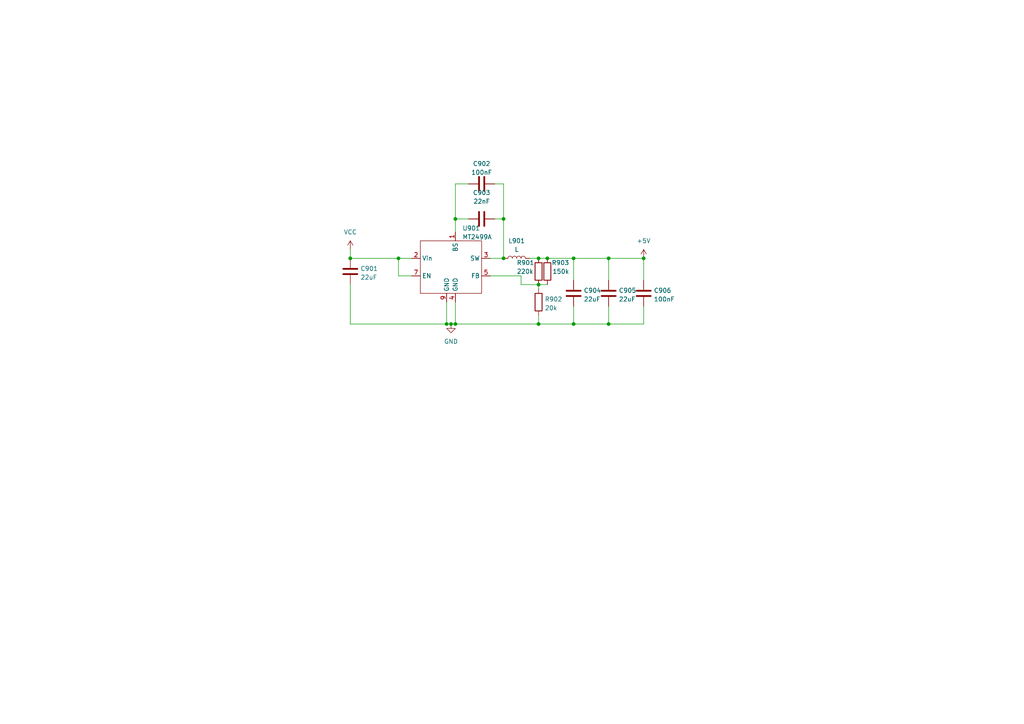
<source format=kicad_sch>
(kicad_sch (version 20230121) (generator eeschema)
  (paper "A4")
  (lib_symbols
    (symbol "Device:C" (pin_numbers hide) (pin_names (offset 0.254))
      (property "Reference" "C" (at 0.635 2.54 0))
      (property "Value" "C" (at 0.635 -2.54 0))
      (symbol "C_0_1"
        (polyline (pts (xy -2.032 -0.762) (xy 2.032 -0.762)) (stroke (width 0.508)))
        (polyline (pts (xy -2.032 0.762) (xy 2.032 0.762)) (stroke (width 0.508)))
      )
      (symbol "C_1_1"
        (pin passive line (at 0 3.81 270) (length 2.794) (name "~") (number "1"))
        (pin passive line (at 0 -3.81 90) (length 2.794) (name "~") (number "2"))
      )
    )
    (symbol "Device:L" (pin_numbers hide) (pin_names (offset 1.016) hide)
      (property "Reference" "L" (at -1.27 0 90))
      (property "Value" "L" (at 1.905 0 90))
      (symbol "L_0_1"
        (arc (start 0 -2.54) (mid 0.6323 -1.905) (end 0 -1.27))
        (arc (start 0 -1.27) (mid 0.6323 -0.635) (end 0 0))
        (arc (start 0 0) (mid 0.6323 0.635) (end 0 1.27))
        (arc (start 0 1.27) (mid 0.6323 1.905) (end 0 2.54))
      )
      (symbol "L_1_1"
        (pin passive line (at 0 3.81 270) (length 1.27) (name "1") (number "1"))
        (pin passive line (at 0 -3.81 90) (length 1.27) (name "2") (number "2"))
      )
    )
    (symbol "Device:R" (pin_numbers hide) (pin_names (offset 0))
      (property "Reference" "R" (at 2.032 0 90))
      (property "Value" "R" (at 0 0 90))
      (symbol "R_0_1"
        (rectangle (start -1.016 -2.54) (end 1.016 2.54) (stroke (width 0.254)))
      )
      (symbol "R_1_1"
        (pin passive line (at 0 3.81 270) (length 1.27) (name "~") (number "1"))
        (pin passive line (at 0 -3.81 90) (length 1.27) (name "~") (number "2"))
      )
    )
    (symbol "custom_kicad_lib_sk:MT499A"
      (property "Reference" "U1" (at 2.0194 9.999 0))
      (property "Value" "MT499A" (at 2.0194 7.4621 0))
      (symbol "MT499A_0_1"
        (rectangle (start -10.16 6.35) (end 7.62 -8.89) (stroke (width 0.1524)))
      )
      (symbol "MT499A_1_1"
        (pin input line (at 0 8.89 270) (length 2.54) (name "BS") (number "1"))
        (pin power_in line (at -12.7 1.27 0) (length 2.54) (name "Vin") (number "2"))
        (pin input line (at 10.16 1.27 180) (length 2.54) (name "SW") (number "3"))
        (pin power_in line (at 0 -11.43 90) (length 2.54) (name "GND") (number "4"))
        (pin input line (at 10.16 -3.81 180) (length 2.54) (name "FB") (number "5"))
        (pin no_connect line (at 8.89 -11.43 180) (length 2.54) hide (name "NC") (number "6"))
        (pin input line (at -12.7 -3.81 0) (length 2.54) (name "EN") (number "7"))
        (pin no_connect line (at 8.89 -13.97 180) (length 2.54) hide (name "NC") (number "8"))
        (pin input line (at -2.54 -11.43 90) (length 2.54) (name "GND") (number "9"))
      )
    )
    (symbol "power:+5V" (power) (pin_names (offset 0))
      (property "Value" "+5V" (at 0 3.556 0))
      (symbol "+5V_0_1"
        (polyline (pts (xy -0.762 1.27) (xy 0 2.54)))
        (polyline (pts (xy 0 0) (xy 0 2.54)))
        (polyline (pts (xy 0 2.54) (xy 0.762 1.27)))
      )
      (symbol "+5V_1_1"
        (pin power_in line (at 0 0 90) (length 0) hide (name "+5V") (number "1"))
      )
    )
    (symbol "power:GND" (power) (pin_names (offset 0))
      (property "Value" "GND" (at 0 -3.81 0))
      (symbol "GND_0_1"
        (polyline (pts (xy 0 0) (xy 0 -1.27) (xy 1.27 -1.27) (xy 0 -2.54) (xy -1.27 -1.27) (xy 0 -1.27)))
      )
      (symbol "GND_1_1"
        (pin power_in line (at 0 0 270) (length 0) hide (name "GND") (number "1"))
      )
    )
    (symbol "power:VCC" (power) (pin_names (offset 0))
      (property "Value" "VCC" (at 0 3.81 0))
      (symbol "VCC_0_1"
        (polyline (pts (xy -0.762 1.27) (xy 0 2.54)))
        (polyline (pts (xy 0 0) (xy 0 2.54)))
        (polyline (pts (xy 0 2.54) (xy 0.762 1.27)))
      )
      (symbol "VCC_1_1"
        (pin power_in line (at 0 0 90) (length 0) hide (name "VCC") (number "1"))
      )
    )
  )
  (junction (at 101.6 74.93))
  (junction (at 176.53 93.98))
  (junction (at 176.53 74.93))
  (junction (at 166.37 74.93))
  (junction (at 115.57 74.93))
  (junction (at 130.81 93.98))
  (junction (at 158.75 74.93))
  (junction (at 156.21 82.55))
  (junction (at 156.21 74.93))
  (junction (at 129.54 93.98))
  (junction (at 156.21 93.98))
  (junction (at 146.05 74.93))
  (junction (at 146.05 63.5))
  (junction (at 166.37 93.98))
  (junction (at 132.08 63.5))
  (junction (at 186.69 74.93))
  (junction (at 132.08 93.98))
  (wire (pts (xy 115.57 74.93) (xy 119.38 74.93)))
  (wire (pts (xy 156.21 93.98) (xy 156.21 91.44)))
  (wire (pts (xy 166.37 93.98) (xy 156.21 93.98)))
  (wire (pts (xy 158.75 74.93) (xy 166.37 74.93)))
  (wire (pts (xy 129.54 87.63) (xy 129.54 93.98)))
  (wire (pts (xy 129.54 93.98) (xy 101.6 93.98)))
  (wire (pts (xy 156.21 82.55) (xy 156.21 83.82)))
  (wire (pts (xy 156.21 74.93) (xy 158.75 74.93)))
  (wire (pts (xy 101.6 74.93) (xy 115.57 74.93)))
  (wire (pts (xy 176.53 88.9) (xy 176.53 93.98)))
  (wire (pts (xy 166.37 74.93) (xy 176.53 74.93)))
  (wire (pts (xy 176.53 93.98) (xy 166.37 93.98)))
  (wire (pts (xy 132.08 93.98) (xy 130.81 93.98)))
  (wire (pts (xy 176.53 74.93) (xy 186.69 74.93)))
  (wire (pts (xy 156.21 93.98) (xy 132.08 93.98)))
  (wire (pts (xy 151.13 80.01) (xy 151.13 82.55)))
  (wire (pts (xy 135.89 53.34) (xy 132.08 53.34)))
  (wire (pts (xy 142.24 74.93) (xy 146.05 74.93)))
  (wire (pts (xy 153.67 74.93) (xy 156.21 74.93)))
  (wire (pts (xy 146.05 63.5) (xy 146.05 53.34)))
  (wire (pts (xy 176.53 74.93) (xy 176.53 81.28)))
  (wire (pts (xy 132.08 53.34) (xy 132.08 63.5)))
  (wire (pts (xy 115.57 74.93) (xy 115.57 80.01)))
  (wire (pts (xy 146.05 53.34) (xy 143.51 53.34)))
  (wire (pts (xy 186.69 88.9) (xy 186.69 93.98)))
  (wire (pts (xy 146.05 74.93) (xy 146.05 63.5)))
  (wire (pts (xy 166.37 88.9) (xy 166.37 93.98)))
  (wire (pts (xy 101.6 93.98) (xy 101.6 82.55)))
  (wire (pts (xy 166.37 81.28) (xy 166.37 74.93)))
  (wire (pts (xy 132.08 93.98) (xy 132.08 87.63)))
  (wire (pts (xy 186.69 81.28) (xy 186.69 74.93)))
  (wire (pts (xy 132.08 63.5) (xy 135.89 63.5)))
  (wire (pts (xy 130.81 93.98) (xy 129.54 93.98)))
  (wire (pts (xy 119.38 80.01) (xy 115.57 80.01)))
  (wire (pts (xy 156.21 82.55) (xy 158.75 82.55)))
  (wire (pts (xy 101.6 72.39) (xy 101.6 74.93)))
  (wire (pts (xy 186.69 93.98) (xy 176.53 93.98)))
  (wire (pts (xy 151.13 82.55) (xy 156.21 82.55)))
  (wire (pts (xy 132.08 63.5) (xy 132.08 67.31)))
  (wire (pts (xy 146.05 63.5) (xy 143.51 63.5)))
  (wire (pts (xy 142.24 80.01) (xy 151.13 80.01)))
  (symbol (lib_id "Device:C") (at 139.7 63.5 90) (unit 1)
    (property "Reference" "C903" (at 139.7 55.88 90))
    (property "Value" "22nF" (at 139.7 58.42 90))
    (property "Footprint" "Capacitor_SMD:C_0402_1005Metric" (effects hide))
    (property "JLCPCB Part#" "C1532" (effects hide))
  )
  (symbol (lib_id "Device:R") (at 158.75 78.74 180) (unit 1)
    (property "Reference" "R903" (at 165.1 76.2 0) (effects (justify left)))
    (property "Value" "150k" (at 165.1 78.74 0) (effects (justify left)))
    (property "Footprint" "Resistor_SMD:R_0603_1608Metric" (effects hide))
    (property "JLCPCB Part#" "C22807" (effects hide))
  )
  (symbol (lib_id "Device:C") (at 139.7 53.34 90) (unit 1)
    (property "Reference" "C902" (at 139.7 47.4812 90))
    (property "Value" "100nF" (at 139.7 50.0181 90))
    (property "Footprint" "Capacitor_SMD:C_0402_1005Metric" (effects hide))
    (property "JLCPCB Part#" "C307331" (effects hide))
  )
  (symbol (lib_id "Device:L") (at 149.86 74.93 90) (unit 1)
    (property "Reference" "L901" (at 149.86 69.85 90))
    (property "Value" "L" (at 149.86 72.39 90))
    (property "Footprint" "Inductor_SMD:L_Bourns-SRN8040_8x8.15mm" (effects hide))
    (property "JLCPCB Part#" "C92945" (effects hide))
  )
  (symbol (lib_id "Device:C") (at 176.53 85.09 0) (unit 1)
    (property "Reference" "C905" (at 179.451 84.2553 0) (effects (justify left)))
    (property "Value" "22uF" (at 179.451 86.7922 0) (effects (justify left)))
    (property "Footprint" "Capacitor_SMD:C_0603_1608Metric" (effects hide))
    (property "JLCPCB Part#" "C45783" (effects hide))
  )
  (symbol (lib_id "Device:C") (at 101.6 78.74 0) (unit 1)
    (property "Reference" "C901" (at 104.521 77.9053 0) (effects (justify left)))
    (property "Value" "22uF" (at 104.521 80.4422 0) (effects (justify left)))
    (property "Footprint" "Capacitor_SMD:C_0603_1608Metric" (effects hide))
    (property "JLCPCB Part#" "C45783" (effects hide))
  )
  (symbol (lib_id "Device:R") (at 156.21 87.63 0) (unit 1)
    (property "Reference" "R902" (at 157.988 86.7953 0) (effects (justify left)))
    (property "Value" "20k" (at 157.988 89.3322 0) (effects (justify left)))
    (property "Footprint" "Resistor_SMD:R_0603_1608Metric" (effects hide))
    (property "JLCPCB Part#" "C4328" (effects hide))
  )
  (symbol (lib_id "power:GND") (at 130.81 93.98 0) (unit 1)
    (property "Reference" "#PWR0903" (effects hide))
    (property "Value" "GND" (at 130.81 99.06 0))
  )
  (symbol (lib_id "power:+5V") (at 186.69 74.93 0) (unit 1)
    (property "Reference" "#PWR0902" (effects hide))
    (property "Value" "+5V" (at 186.69 69.85 0))
  )
  (symbol (lib_id "custom_kicad_lib_sk:MT499A") (at 132.08 76.2 0) (unit 1)
    (property "Reference" "U901" (at 134.0994 66.201 0) (effects (justify left)))
    (property "Value" "MT2499A" (at 134.0994 68.7379 0) (effects (justify left)))
    (property "Footprint" "Package_SO:TI_SO-PowerPAD-8" (effects hide))
    (property "Datasheet" "https://datasheet.lcsc.com/lcsc/2205121200_XI-AN-Aerosemi-Tech-MT2499A_C3007555.pdf" (effects hide))
    (property "JLCPCB Part#" "C3007555" (effects hide))
  )
  (symbol (lib_id "Device:C") (at 166.37 85.09 0) (unit 1)
    (property "Reference" "C904" (at 169.291 84.2553 0) (effects (justify left)))
    (property "Value" "22uF" (at 169.291 86.7922 0) (effects (justify left)))
    (property "Footprint" "Capacitor_SMD:C_0603_1608Metric" (effects hide))
    (property "JLCPCB Part#" "C45783" (effects hide))
  )
  (symbol (lib_id "Device:R") (at 156.21 78.74 0) (unit 1)
    (property "Reference" "R901" (at 149.86 76.2 0) (effects (justify left)))
    (property "Value" "220k" (at 149.86 78.74 0) (effects (justify left)))
    (property "Footprint" "Resistor_SMD:R_0603_1608Metric" (effects hide))
    (property "JLCPCB Part#" "C22961" (effects hide))
  )
  (symbol (lib_id "power:VCC") (at 101.6 72.39 0) (unit 1)
    (property "Reference" "#PWR0901" (effects hide))
    (property "Value" "VCC" (at 101.6 67.31 0))
  )
  (symbol (lib_id "Device:C") (at 186.69 85.09 0) (unit 1)
    (property "Reference" "C906" (at 189.611 84.2553 0) (effects (justify left)))
    (property "Value" "100nF" (at 189.611 86.7922 0) (effects (justify left)))
    (property "Footprint" "Capacitor_SMD:C_0402_1005Metric" (effects hide))
    (property "JLCPCB Part#" "C307331" (effects hide))
  )
)
</source>
